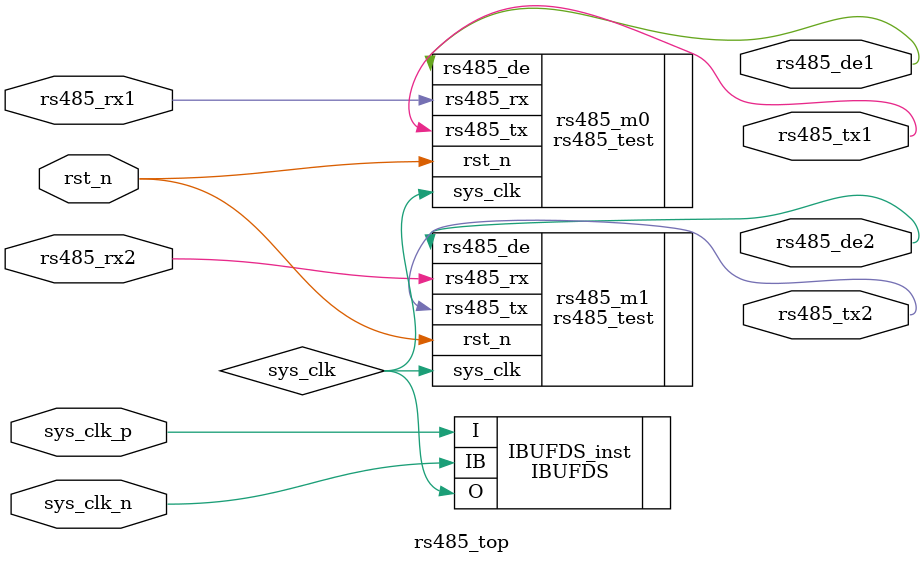
<source format=v>
`timescale 1ns / 1ps


module rs485_top(
	input      					 sys_clk_p,            //system clock 200Mhz postive pin
    input      					 sys_clk_n,            //system clock 200Mhz negetive pin 
    input                        rst_n,        //reset ,low active
	input 						 rs485_rx1,	
	output                       rs485_tx1,
	output                       rs485_de1,
	input 						 rs485_rx2,	
	output                       rs485_tx2,
	output                       rs485_de2
    );

wire sys_clk ;

IBUFDS #(
   .DIFF_TERM("FALSE"),       // Differential Termination
   .IBUF_LOW_PWR("TRUE"),     // Low power="TRUE", Highest performance="FALSE" 
   .IOSTANDARD("DEFAULT")     // Specify the input I/O standard
) IBUFDS_inst (
   .O(sys_clk),  // Buffer output
   .I(sys_clk_p),  // Diff_p buffer input (connect directly to top-level port)
   .IB(sys_clk_n) // Diff_n buffer input (connect directly to top-level port)
);

rs485_test rs485_m0
(
    .sys_clk	(sys_clk),       //system clock 50Mhz on board
    .rst_n		(rst_n	),        //reset ,low active
	.rs485_rx	(rs485_rx1),
	.rs485_tx	(rs485_tx1),
	.rs485_de   (rs485_de1)
);
	
rs485_test rs485_m1
(
    .sys_clk	(sys_clk),       //system clock 50Mhz on board
    .rst_n		(rst_n	),        //reset ,low active
	.rs485_rx	(rs485_rx2),
	.rs485_tx	(rs485_tx2),
	.rs485_de   (rs485_de2)
);
	
endmodule

</source>
